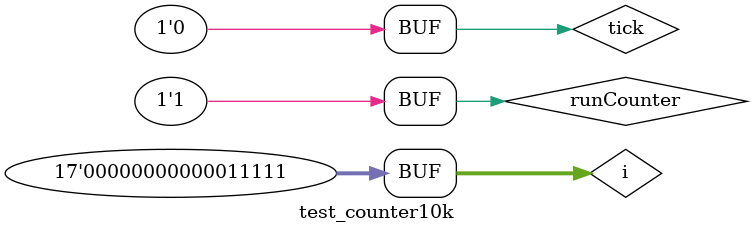
<source format=v>
`timescale 1ns / 1ps
module test_counter10k(
    );
reg good;
reg tick;
wire reached;
wire [15:0] internal;
counter10k counter(tick, runCounter, reached, internal);
reg [16:0] i;
reg runCounter;
initial begin
	good = 1'h0;
	runCounter=0;
	runCounter=1;
	tick=1'b0;
	for(i = 17'h00001; i < 17'h0001f; i = i + 1)
		begin
			if(reached)
				good <= 1'h1;	
			tick=1'b1;
			#1;
			tick=1'b0;
			#1;
			if(i % 10000 == 0)
			begin
					runCounter=0;
					#1;
					runCounter=1;
			end

		end
end


  // reg [7:0] simpleClock;
  // reg runCounter;
  // always @(posedge tick)
   //   if (runCounter)
    //     simpleClock <= 0;
     // else
      //   simpleClock <= simpleClock + 1;
						
endmodule

</source>
